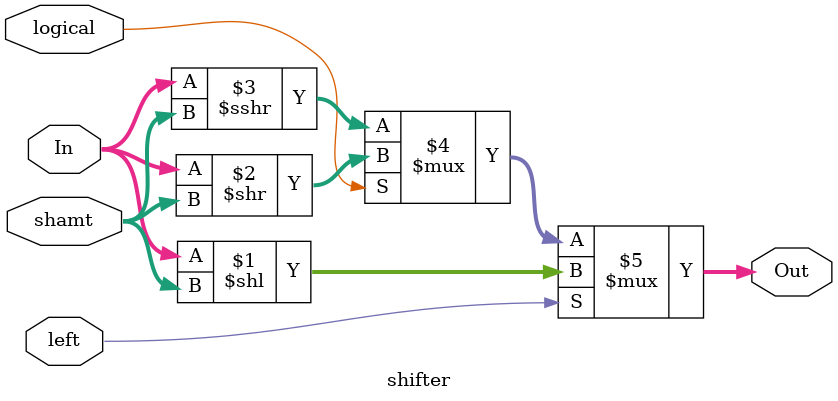
<source format=sv>
`timescale 1ns / 1ps


module shifter #(parameter N = 32) (
    input wire signed [N-1:0] In,
    input wire [$clog2(N)-1:0] shamt,
    input wire left, logical,
    output wire [N-1:0] Out
    );
    
    assign Out = left ? (In << shamt) :
                    (logical ? In >> shamt : In >>> shamt);
endmodule

</source>
